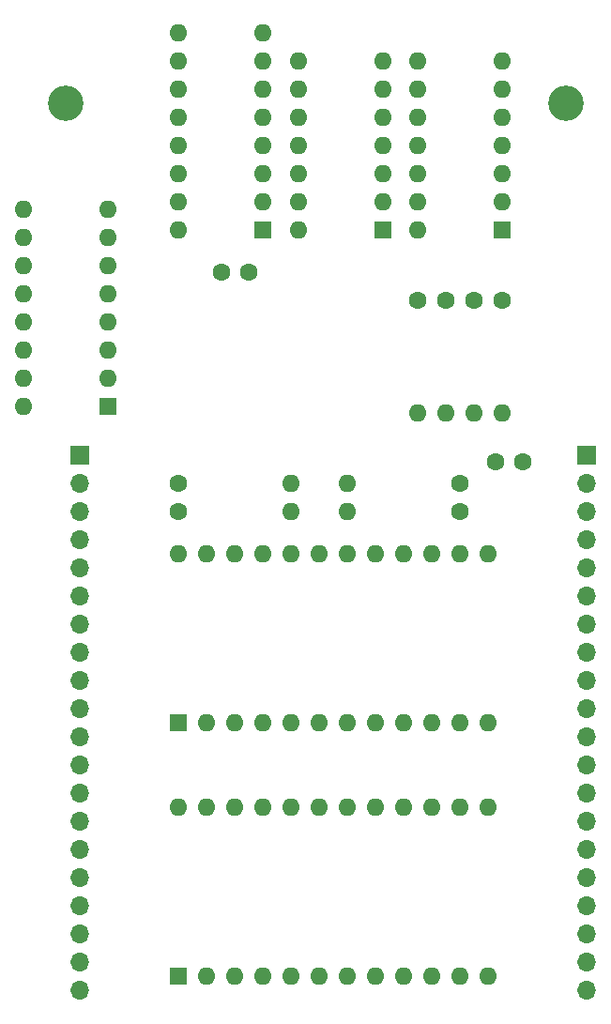
<source format=gts>
G04 #@! TF.GenerationSoftware,KiCad,Pcbnew,(6.0.4)*
G04 #@! TF.CreationDate,2022-12-31T00:25:53-05:00*
G04 #@! TF.ProjectId,intellivision t-card replic,696e7465-6c6c-4697-9669-73696f6e2074,rev?*
G04 #@! TF.SameCoordinates,Original*
G04 #@! TF.FileFunction,Soldermask,Top*
G04 #@! TF.FilePolarity,Negative*
%FSLAX46Y46*%
G04 Gerber Fmt 4.6, Leading zero omitted, Abs format (unit mm)*
G04 Created by KiCad (PCBNEW (6.0.4)) date 2022-12-31 00:25:53*
%MOMM*%
%LPD*%
G01*
G04 APERTURE LIST*
%ADD10C,1.600000*%
%ADD11O,1.600000X1.600000*%
%ADD12C,3.200000*%
%ADD13R,1.600000X1.600000*%
%ADD14R,1.700000X1.700000*%
%ADD15O,1.700000X1.700000*%
G04 APERTURE END LIST*
D10*
X105405000Y-66082500D03*
D11*
X115565000Y-66082500D03*
D10*
X134615000Y-47032500D03*
D11*
X134615000Y-57192500D03*
D10*
X132075000Y-47032500D03*
D11*
X132075000Y-57192500D03*
D12*
X95250000Y-29210000D03*
X140335000Y-29210000D03*
D10*
X109240000Y-44450000D03*
X111740000Y-44450000D03*
D13*
X105405000Y-107992500D03*
D11*
X107945000Y-107992500D03*
X110485000Y-107992500D03*
X113025000Y-107992500D03*
X115565000Y-107992500D03*
X118105000Y-107992500D03*
X120645000Y-107992500D03*
X123185000Y-107992500D03*
X125725000Y-107992500D03*
X128265000Y-107992500D03*
X130805000Y-107992500D03*
X133345000Y-107992500D03*
X133345000Y-92752500D03*
X130805000Y-92752500D03*
X128265000Y-92752500D03*
X125725000Y-92752500D03*
X123185000Y-92752500D03*
X120645000Y-92752500D03*
X118105000Y-92752500D03*
X115565000Y-92752500D03*
X113025000Y-92752500D03*
X110485000Y-92752500D03*
X107945000Y-92752500D03*
X105405000Y-92752500D03*
D13*
X113015000Y-40640000D03*
D11*
X113015000Y-38100000D03*
X113015000Y-35560000D03*
X113015000Y-33020000D03*
X113015000Y-30480000D03*
X113015000Y-27940000D03*
X113015000Y-25400000D03*
X113015000Y-22860000D03*
X105395000Y-22860000D03*
X105395000Y-25400000D03*
X105395000Y-27940000D03*
X105395000Y-30480000D03*
X105395000Y-33020000D03*
X105395000Y-35560000D03*
X105395000Y-38100000D03*
X105395000Y-40640000D03*
D14*
X142240000Y-60960000D03*
D15*
X142240000Y-63500000D03*
X142240000Y-66040000D03*
X142240000Y-68580000D03*
X142240000Y-71120000D03*
X142240000Y-73660000D03*
X142240000Y-76200000D03*
X142240000Y-78740000D03*
X142240000Y-81280000D03*
X142240000Y-83820000D03*
X142240000Y-86360000D03*
X142240000Y-88900000D03*
X142240000Y-91440000D03*
X142240000Y-93980000D03*
X142240000Y-96520000D03*
X142240000Y-99060000D03*
X142240000Y-101600000D03*
X142240000Y-104140000D03*
X142240000Y-106680000D03*
X142240000Y-109220000D03*
D10*
X130805000Y-63542500D03*
D11*
X120645000Y-63542500D03*
D10*
X130805000Y-66082500D03*
D11*
X120645000Y-66082500D03*
D13*
X105410000Y-85132500D03*
D11*
X107950000Y-85132500D03*
X110490000Y-85132500D03*
X113030000Y-85132500D03*
X115570000Y-85132500D03*
X118110000Y-85132500D03*
X120650000Y-85132500D03*
X123190000Y-85132500D03*
X125730000Y-85132500D03*
X128270000Y-85132500D03*
X130810000Y-85132500D03*
X133350000Y-85132500D03*
X133350000Y-69892500D03*
X130810000Y-69892500D03*
X128270000Y-69892500D03*
X125730000Y-69892500D03*
X123190000Y-69892500D03*
X120650000Y-69892500D03*
X118110000Y-69892500D03*
X115570000Y-69892500D03*
X113030000Y-69892500D03*
X110490000Y-69892500D03*
X107950000Y-69892500D03*
X105410000Y-69892500D03*
D13*
X99017500Y-56525000D03*
D11*
X99017500Y-53985000D03*
X99017500Y-51445000D03*
X99017500Y-48905000D03*
X99017500Y-46365000D03*
X99017500Y-43825000D03*
X99017500Y-41285000D03*
X99017500Y-38745000D03*
X91397500Y-38745000D03*
X91397500Y-41285000D03*
X91397500Y-43825000D03*
X91397500Y-46365000D03*
X91397500Y-48905000D03*
X91397500Y-51445000D03*
X91397500Y-53985000D03*
X91397500Y-56525000D03*
D10*
X126995000Y-46990000D03*
D11*
X126995000Y-57150000D03*
D13*
X134605000Y-40645000D03*
D11*
X134605000Y-38105000D03*
X134605000Y-35565000D03*
X134605000Y-33025000D03*
X134605000Y-30485000D03*
X134605000Y-27945000D03*
X134605000Y-25405000D03*
X126985000Y-25405000D03*
X126985000Y-27945000D03*
X126985000Y-30485000D03*
X126985000Y-33025000D03*
X126985000Y-35565000D03*
X126985000Y-38105000D03*
X126985000Y-40645000D03*
D10*
X136485000Y-61595000D03*
X133985000Y-61595000D03*
D14*
X96520000Y-60960000D03*
D15*
X96520000Y-63500000D03*
X96520000Y-66040000D03*
X96520000Y-68580000D03*
X96520000Y-71120000D03*
X96520000Y-73660000D03*
X96520000Y-76200000D03*
X96520000Y-78740000D03*
X96520000Y-81280000D03*
X96520000Y-83820000D03*
X96520000Y-86360000D03*
X96520000Y-88900000D03*
X96520000Y-91440000D03*
X96520000Y-93980000D03*
X96520000Y-96520000D03*
X96520000Y-99060000D03*
X96520000Y-101600000D03*
X96520000Y-104140000D03*
X96520000Y-106680000D03*
X96520000Y-109220000D03*
D10*
X105405000Y-63542500D03*
D11*
X115565000Y-63542500D03*
D10*
X129535000Y-47032500D03*
D11*
X129535000Y-57192500D03*
D13*
X123800000Y-40645000D03*
D11*
X123800000Y-38105000D03*
X123800000Y-35565000D03*
X123800000Y-33025000D03*
X123800000Y-30485000D03*
X123800000Y-27945000D03*
X123800000Y-25405000D03*
X116180000Y-25405000D03*
X116180000Y-27945000D03*
X116180000Y-30485000D03*
X116180000Y-33025000D03*
X116180000Y-35565000D03*
X116180000Y-38105000D03*
X116180000Y-40645000D03*
M02*

</source>
